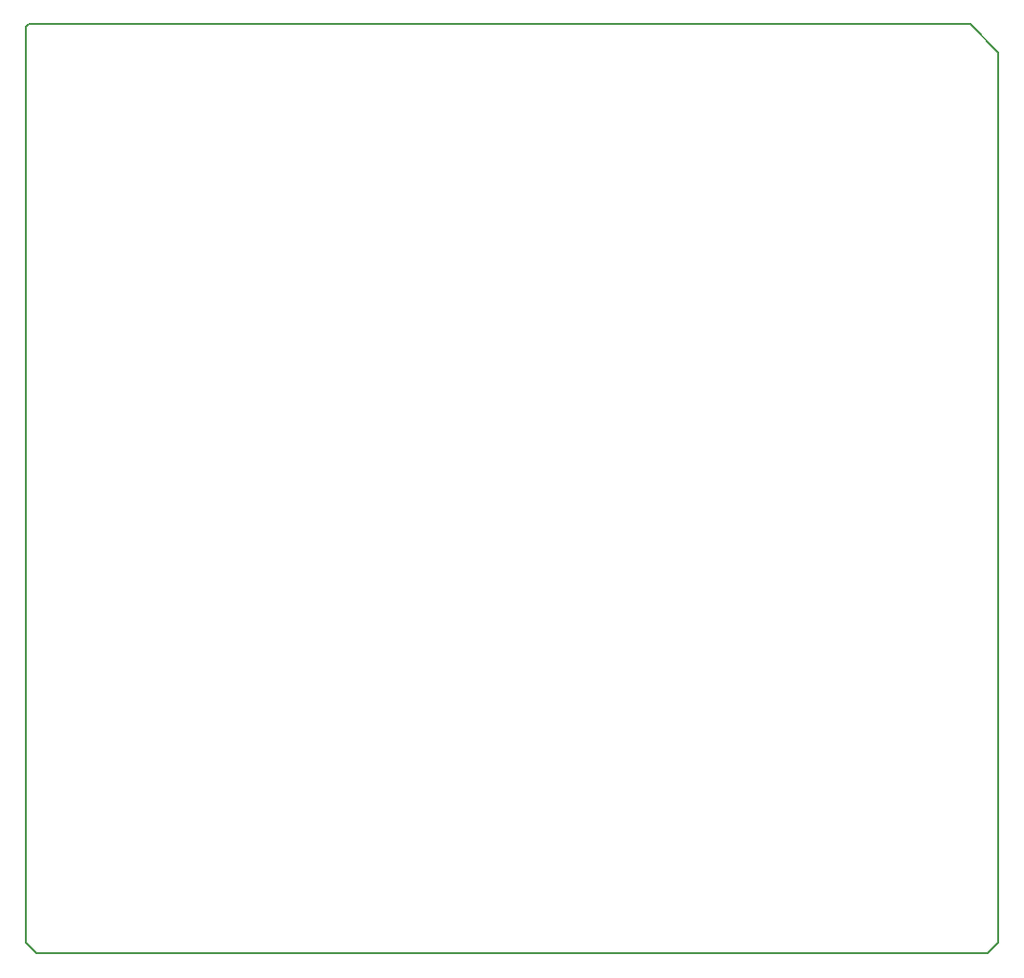
<source format=gbo>
G75*
%MOIN*%
%OFA0B0*%
%FSLAX25Y25*%
%IPPOS*%
%LPD*%
%AMOC8*
5,1,8,0,0,1.08239X$1,22.5*
%
%ADD10C,0.00787*%
D10*
X0043063Y0041803D02*
X0047000Y0037866D01*
X0377709Y0037866D01*
X0381646Y0041803D01*
X0381646Y0351843D01*
X0371803Y0361685D01*
X0044047Y0361685D01*
X0043063Y0360701D01*
X0043063Y0041803D01*
M02*

</source>
